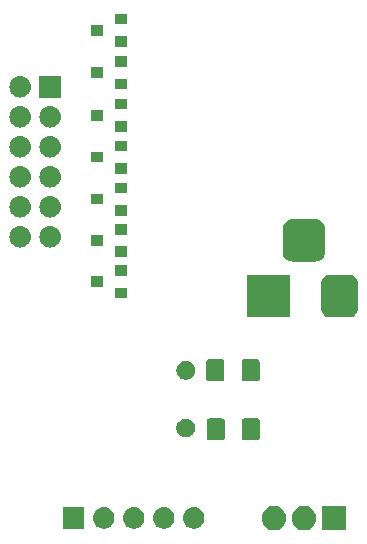
<source format=gbr>
G04 #@! TF.GenerationSoftware,KiCad,Pcbnew,(5.1.4)-1*
G04 #@! TF.CreationDate,2019-11-16T21:39:15+01:00*
G04 #@! TF.ProjectId,LEDClockControl,4c454443-6c6f-4636-9b43-6f6e74726f6c,rev?*
G04 #@! TF.SameCoordinates,Original*
G04 #@! TF.FileFunction,Soldermask,Bot*
G04 #@! TF.FilePolarity,Negative*
%FSLAX46Y46*%
G04 Gerber Fmt 4.6, Leading zero omitted, Abs format (unit mm)*
G04 Created by KiCad (PCBNEW (5.1.4)-1) date 2019-11-16 21:39:15*
%MOMM*%
%LPD*%
G04 APERTURE LIST*
%ADD10C,0.100000*%
G04 APERTURE END LIST*
D10*
G36*
X176156720Y-130463520D02*
G01*
X176345881Y-130520901D01*
X176520212Y-130614083D01*
X176673015Y-130739485D01*
X176798417Y-130892288D01*
X176842182Y-130974167D01*
X176891598Y-131066617D01*
X176891599Y-131066620D01*
X176948980Y-131255781D01*
X176963500Y-131403207D01*
X176963500Y-131596794D01*
X176948980Y-131744220D01*
X176891599Y-131933381D01*
X176798417Y-132107712D01*
X176673015Y-132260515D01*
X176520212Y-132385917D01*
X176438333Y-132429682D01*
X176345883Y-132479098D01*
X176345880Y-132479099D01*
X176156719Y-132536480D01*
X175960000Y-132555855D01*
X175763280Y-132536480D01*
X175574119Y-132479099D01*
X175399788Y-132385917D01*
X175246985Y-132260515D01*
X175121583Y-132107712D01*
X175065609Y-132002991D01*
X175028402Y-131933383D01*
X175002036Y-131846466D01*
X174971020Y-131744219D01*
X174956500Y-131596793D01*
X174956500Y-131403206D01*
X174971020Y-131255780D01*
X175028401Y-131066619D01*
X175121583Y-130892288D01*
X175246985Y-130739485D01*
X175399788Y-130614083D01*
X175574120Y-130520901D01*
X175763281Y-130463520D01*
X175960000Y-130444145D01*
X176156720Y-130463520D01*
X176156720Y-130463520D01*
G37*
G36*
X178696720Y-130463520D02*
G01*
X178885881Y-130520901D01*
X179060212Y-130614083D01*
X179213015Y-130739485D01*
X179338417Y-130892288D01*
X179382182Y-130974167D01*
X179431598Y-131066617D01*
X179431599Y-131066620D01*
X179488980Y-131255781D01*
X179503500Y-131403207D01*
X179503500Y-131596794D01*
X179488980Y-131744220D01*
X179431599Y-131933381D01*
X179338417Y-132107712D01*
X179213015Y-132260515D01*
X179060212Y-132385917D01*
X178978333Y-132429682D01*
X178885883Y-132479098D01*
X178885880Y-132479099D01*
X178696719Y-132536480D01*
X178500000Y-132555855D01*
X178303280Y-132536480D01*
X178114119Y-132479099D01*
X177939788Y-132385917D01*
X177786985Y-132260515D01*
X177661583Y-132107712D01*
X177605609Y-132002991D01*
X177568402Y-131933383D01*
X177542036Y-131846466D01*
X177511020Y-131744219D01*
X177496500Y-131596793D01*
X177496500Y-131403206D01*
X177511020Y-131255780D01*
X177568401Y-131066619D01*
X177661583Y-130892288D01*
X177786985Y-130739485D01*
X177939788Y-130614083D01*
X178114120Y-130520901D01*
X178303281Y-130463520D01*
X178500000Y-130444145D01*
X178696720Y-130463520D01*
X178696720Y-130463520D01*
G37*
G36*
X182043500Y-132551000D02*
G01*
X180036500Y-132551000D01*
X180036500Y-130449000D01*
X182043500Y-130449000D01*
X182043500Y-132551000D01*
X182043500Y-132551000D01*
G37*
G36*
X169270443Y-130605519D02*
G01*
X169336627Y-130612037D01*
X169506466Y-130663557D01*
X169662991Y-130747222D01*
X169698729Y-130776552D01*
X169800186Y-130859814D01*
X169883448Y-130961271D01*
X169912778Y-130997009D01*
X169996443Y-131153534D01*
X170047963Y-131323373D01*
X170065359Y-131500000D01*
X170047963Y-131676627D01*
X169996443Y-131846466D01*
X169912778Y-132002991D01*
X169883448Y-132038729D01*
X169800186Y-132140186D01*
X169698729Y-132223448D01*
X169662991Y-132252778D01*
X169506466Y-132336443D01*
X169336627Y-132387963D01*
X169270442Y-132394482D01*
X169204260Y-132401000D01*
X169115740Y-132401000D01*
X169049558Y-132394482D01*
X168983373Y-132387963D01*
X168813534Y-132336443D01*
X168657009Y-132252778D01*
X168621271Y-132223448D01*
X168519814Y-132140186D01*
X168436552Y-132038729D01*
X168407222Y-132002991D01*
X168323557Y-131846466D01*
X168272037Y-131676627D01*
X168254641Y-131500000D01*
X168272037Y-131323373D01*
X168323557Y-131153534D01*
X168407222Y-130997009D01*
X168436552Y-130961271D01*
X168519814Y-130859814D01*
X168621271Y-130776552D01*
X168657009Y-130747222D01*
X168813534Y-130663557D01*
X168983373Y-130612037D01*
X169049557Y-130605519D01*
X169115740Y-130599000D01*
X169204260Y-130599000D01*
X169270443Y-130605519D01*
X169270443Y-130605519D01*
G37*
G36*
X166730443Y-130605519D02*
G01*
X166796627Y-130612037D01*
X166966466Y-130663557D01*
X167122991Y-130747222D01*
X167158729Y-130776552D01*
X167260186Y-130859814D01*
X167343448Y-130961271D01*
X167372778Y-130997009D01*
X167456443Y-131153534D01*
X167507963Y-131323373D01*
X167525359Y-131500000D01*
X167507963Y-131676627D01*
X167456443Y-131846466D01*
X167372778Y-132002991D01*
X167343448Y-132038729D01*
X167260186Y-132140186D01*
X167158729Y-132223448D01*
X167122991Y-132252778D01*
X166966466Y-132336443D01*
X166796627Y-132387963D01*
X166730442Y-132394482D01*
X166664260Y-132401000D01*
X166575740Y-132401000D01*
X166509558Y-132394482D01*
X166443373Y-132387963D01*
X166273534Y-132336443D01*
X166117009Y-132252778D01*
X166081271Y-132223448D01*
X165979814Y-132140186D01*
X165896552Y-132038729D01*
X165867222Y-132002991D01*
X165783557Y-131846466D01*
X165732037Y-131676627D01*
X165714641Y-131500000D01*
X165732037Y-131323373D01*
X165783557Y-131153534D01*
X165867222Y-130997009D01*
X165896552Y-130961271D01*
X165979814Y-130859814D01*
X166081271Y-130776552D01*
X166117009Y-130747222D01*
X166273534Y-130663557D01*
X166443373Y-130612037D01*
X166509557Y-130605519D01*
X166575740Y-130599000D01*
X166664260Y-130599000D01*
X166730443Y-130605519D01*
X166730443Y-130605519D01*
G37*
G36*
X164190443Y-130605519D02*
G01*
X164256627Y-130612037D01*
X164426466Y-130663557D01*
X164582991Y-130747222D01*
X164618729Y-130776552D01*
X164720186Y-130859814D01*
X164803448Y-130961271D01*
X164832778Y-130997009D01*
X164916443Y-131153534D01*
X164967963Y-131323373D01*
X164985359Y-131500000D01*
X164967963Y-131676627D01*
X164916443Y-131846466D01*
X164832778Y-132002991D01*
X164803448Y-132038729D01*
X164720186Y-132140186D01*
X164618729Y-132223448D01*
X164582991Y-132252778D01*
X164426466Y-132336443D01*
X164256627Y-132387963D01*
X164190442Y-132394482D01*
X164124260Y-132401000D01*
X164035740Y-132401000D01*
X163969558Y-132394482D01*
X163903373Y-132387963D01*
X163733534Y-132336443D01*
X163577009Y-132252778D01*
X163541271Y-132223448D01*
X163439814Y-132140186D01*
X163356552Y-132038729D01*
X163327222Y-132002991D01*
X163243557Y-131846466D01*
X163192037Y-131676627D01*
X163174641Y-131500000D01*
X163192037Y-131323373D01*
X163243557Y-131153534D01*
X163327222Y-130997009D01*
X163356552Y-130961271D01*
X163439814Y-130859814D01*
X163541271Y-130776552D01*
X163577009Y-130747222D01*
X163733534Y-130663557D01*
X163903373Y-130612037D01*
X163969557Y-130605519D01*
X164035740Y-130599000D01*
X164124260Y-130599000D01*
X164190443Y-130605519D01*
X164190443Y-130605519D01*
G37*
G36*
X161650443Y-130605519D02*
G01*
X161716627Y-130612037D01*
X161886466Y-130663557D01*
X162042991Y-130747222D01*
X162078729Y-130776552D01*
X162180186Y-130859814D01*
X162263448Y-130961271D01*
X162292778Y-130997009D01*
X162376443Y-131153534D01*
X162427963Y-131323373D01*
X162445359Y-131500000D01*
X162427963Y-131676627D01*
X162376443Y-131846466D01*
X162292778Y-132002991D01*
X162263448Y-132038729D01*
X162180186Y-132140186D01*
X162078729Y-132223448D01*
X162042991Y-132252778D01*
X161886466Y-132336443D01*
X161716627Y-132387963D01*
X161650442Y-132394482D01*
X161584260Y-132401000D01*
X161495740Y-132401000D01*
X161429558Y-132394482D01*
X161363373Y-132387963D01*
X161193534Y-132336443D01*
X161037009Y-132252778D01*
X161001271Y-132223448D01*
X160899814Y-132140186D01*
X160816552Y-132038729D01*
X160787222Y-132002991D01*
X160703557Y-131846466D01*
X160652037Y-131676627D01*
X160634641Y-131500000D01*
X160652037Y-131323373D01*
X160703557Y-131153534D01*
X160787222Y-130997009D01*
X160816552Y-130961271D01*
X160899814Y-130859814D01*
X161001271Y-130776552D01*
X161037009Y-130747222D01*
X161193534Y-130663557D01*
X161363373Y-130612037D01*
X161429557Y-130605519D01*
X161495740Y-130599000D01*
X161584260Y-130599000D01*
X161650443Y-130605519D01*
X161650443Y-130605519D01*
G37*
G36*
X159901000Y-132401000D02*
G01*
X158099000Y-132401000D01*
X158099000Y-130599000D01*
X159901000Y-130599000D01*
X159901000Y-132401000D01*
X159901000Y-132401000D01*
G37*
G36*
X174613062Y-123078181D02*
G01*
X174647981Y-123088774D01*
X174680163Y-123105976D01*
X174708373Y-123129127D01*
X174731524Y-123157337D01*
X174748726Y-123189519D01*
X174759319Y-123224438D01*
X174763500Y-123266895D01*
X174763500Y-124733105D01*
X174759319Y-124775562D01*
X174748726Y-124810481D01*
X174731524Y-124842663D01*
X174708373Y-124870873D01*
X174680163Y-124894024D01*
X174647981Y-124911226D01*
X174613062Y-124921819D01*
X174570605Y-124926000D01*
X173429395Y-124926000D01*
X173386938Y-124921819D01*
X173352019Y-124911226D01*
X173319837Y-124894024D01*
X173291627Y-124870873D01*
X173268476Y-124842663D01*
X173251274Y-124810481D01*
X173240681Y-124775562D01*
X173236500Y-124733105D01*
X173236500Y-123266895D01*
X173240681Y-123224438D01*
X173251274Y-123189519D01*
X173268476Y-123157337D01*
X173291627Y-123129127D01*
X173319837Y-123105976D01*
X173352019Y-123088774D01*
X173386938Y-123078181D01*
X173429395Y-123074000D01*
X174570605Y-123074000D01*
X174613062Y-123078181D01*
X174613062Y-123078181D01*
G37*
G36*
X171638062Y-123078181D02*
G01*
X171672981Y-123088774D01*
X171705163Y-123105976D01*
X171733373Y-123129127D01*
X171756524Y-123157337D01*
X171773726Y-123189519D01*
X171784319Y-123224438D01*
X171788500Y-123266895D01*
X171788500Y-124733105D01*
X171784319Y-124775562D01*
X171773726Y-124810481D01*
X171756524Y-124842663D01*
X171733373Y-124870873D01*
X171705163Y-124894024D01*
X171672981Y-124911226D01*
X171638062Y-124921819D01*
X171595605Y-124926000D01*
X170454395Y-124926000D01*
X170411938Y-124921819D01*
X170377019Y-124911226D01*
X170344837Y-124894024D01*
X170316627Y-124870873D01*
X170293476Y-124842663D01*
X170276274Y-124810481D01*
X170265681Y-124775562D01*
X170261500Y-124733105D01*
X170261500Y-123266895D01*
X170265681Y-123224438D01*
X170276274Y-123189519D01*
X170293476Y-123157337D01*
X170316627Y-123129127D01*
X170344837Y-123105976D01*
X170377019Y-123088774D01*
X170411938Y-123078181D01*
X170454395Y-123074000D01*
X171595605Y-123074000D01*
X171638062Y-123078181D01*
X171638062Y-123078181D01*
G37*
G36*
X168733642Y-123109781D02*
G01*
X168879414Y-123170162D01*
X168879416Y-123170163D01*
X169010608Y-123257822D01*
X169122178Y-123369392D01*
X169209837Y-123500584D01*
X169209838Y-123500586D01*
X169270219Y-123646358D01*
X169301000Y-123801107D01*
X169301000Y-123958893D01*
X169270219Y-124113642D01*
X169209838Y-124259414D01*
X169209837Y-124259416D01*
X169122178Y-124390608D01*
X169010608Y-124502178D01*
X168879416Y-124589837D01*
X168879415Y-124589838D01*
X168879414Y-124589838D01*
X168733642Y-124650219D01*
X168578893Y-124681000D01*
X168421107Y-124681000D01*
X168266358Y-124650219D01*
X168120586Y-124589838D01*
X168120585Y-124589838D01*
X168120584Y-124589837D01*
X167989392Y-124502178D01*
X167877822Y-124390608D01*
X167790163Y-124259416D01*
X167790162Y-124259414D01*
X167729781Y-124113642D01*
X167699000Y-123958893D01*
X167699000Y-123801107D01*
X167729781Y-123646358D01*
X167790162Y-123500586D01*
X167790163Y-123500584D01*
X167877822Y-123369392D01*
X167989392Y-123257822D01*
X168120584Y-123170163D01*
X168120586Y-123170162D01*
X168266358Y-123109781D01*
X168421107Y-123079000D01*
X168578893Y-123079000D01*
X168733642Y-123109781D01*
X168733642Y-123109781D01*
G37*
G36*
X171613062Y-118078181D02*
G01*
X171647981Y-118088774D01*
X171680163Y-118105976D01*
X171708373Y-118129127D01*
X171731524Y-118157337D01*
X171748726Y-118189519D01*
X171759319Y-118224438D01*
X171763500Y-118266895D01*
X171763500Y-119733105D01*
X171759319Y-119775562D01*
X171748726Y-119810481D01*
X171731524Y-119842663D01*
X171708373Y-119870873D01*
X171680163Y-119894024D01*
X171647981Y-119911226D01*
X171613062Y-119921819D01*
X171570605Y-119926000D01*
X170429395Y-119926000D01*
X170386938Y-119921819D01*
X170352019Y-119911226D01*
X170319837Y-119894024D01*
X170291627Y-119870873D01*
X170268476Y-119842663D01*
X170251274Y-119810481D01*
X170240681Y-119775562D01*
X170236500Y-119733105D01*
X170236500Y-118266895D01*
X170240681Y-118224438D01*
X170251274Y-118189519D01*
X170268476Y-118157337D01*
X170291627Y-118129127D01*
X170319837Y-118105976D01*
X170352019Y-118088774D01*
X170386938Y-118078181D01*
X170429395Y-118074000D01*
X171570605Y-118074000D01*
X171613062Y-118078181D01*
X171613062Y-118078181D01*
G37*
G36*
X174588062Y-118078181D02*
G01*
X174622981Y-118088774D01*
X174655163Y-118105976D01*
X174683373Y-118129127D01*
X174706524Y-118157337D01*
X174723726Y-118189519D01*
X174734319Y-118224438D01*
X174738500Y-118266895D01*
X174738500Y-119733105D01*
X174734319Y-119775562D01*
X174723726Y-119810481D01*
X174706524Y-119842663D01*
X174683373Y-119870873D01*
X174655163Y-119894024D01*
X174622981Y-119911226D01*
X174588062Y-119921819D01*
X174545605Y-119926000D01*
X173404395Y-119926000D01*
X173361938Y-119921819D01*
X173327019Y-119911226D01*
X173294837Y-119894024D01*
X173266627Y-119870873D01*
X173243476Y-119842663D01*
X173226274Y-119810481D01*
X173215681Y-119775562D01*
X173211500Y-119733105D01*
X173211500Y-118266895D01*
X173215681Y-118224438D01*
X173226274Y-118189519D01*
X173243476Y-118157337D01*
X173266627Y-118129127D01*
X173294837Y-118105976D01*
X173327019Y-118088774D01*
X173361938Y-118078181D01*
X173404395Y-118074000D01*
X174545605Y-118074000D01*
X174588062Y-118078181D01*
X174588062Y-118078181D01*
G37*
G36*
X168733642Y-118229781D02*
G01*
X168878132Y-118289631D01*
X168879416Y-118290163D01*
X169010608Y-118377822D01*
X169122178Y-118489392D01*
X169209837Y-118620584D01*
X169209838Y-118620586D01*
X169270219Y-118766358D01*
X169301000Y-118921107D01*
X169301000Y-119078893D01*
X169270219Y-119233642D01*
X169209838Y-119379414D01*
X169209837Y-119379416D01*
X169122178Y-119510608D01*
X169010608Y-119622178D01*
X168879416Y-119709837D01*
X168879415Y-119709838D01*
X168879414Y-119709838D01*
X168733642Y-119770219D01*
X168578893Y-119801000D01*
X168421107Y-119801000D01*
X168266358Y-119770219D01*
X168120586Y-119709838D01*
X168120585Y-119709838D01*
X168120584Y-119709837D01*
X167989392Y-119622178D01*
X167877822Y-119510608D01*
X167790163Y-119379416D01*
X167790162Y-119379414D01*
X167729781Y-119233642D01*
X167699000Y-119078893D01*
X167699000Y-118921107D01*
X167729781Y-118766358D01*
X167790162Y-118620586D01*
X167790163Y-118620584D01*
X167877822Y-118489392D01*
X167989392Y-118377822D01*
X168120584Y-118290163D01*
X168121868Y-118289631D01*
X168266358Y-118229781D01*
X168421107Y-118199000D01*
X168578893Y-118199000D01*
X168733642Y-118229781D01*
X168733642Y-118229781D01*
G37*
G36*
X182476979Y-110913293D02*
G01*
X182610625Y-110953834D01*
X182733784Y-111019664D01*
X182841740Y-111108260D01*
X182930336Y-111216216D01*
X182996166Y-111339375D01*
X183036707Y-111473021D01*
X183051000Y-111618140D01*
X183051000Y-113781860D01*
X183036707Y-113926979D01*
X182996166Y-114060625D01*
X182930336Y-114183784D01*
X182841740Y-114291740D01*
X182733784Y-114380336D01*
X182610625Y-114446166D01*
X182476979Y-114486707D01*
X182331860Y-114501000D01*
X180668140Y-114501000D01*
X180523021Y-114486707D01*
X180389375Y-114446166D01*
X180266216Y-114380336D01*
X180158260Y-114291740D01*
X180069664Y-114183784D01*
X180003834Y-114060625D01*
X179963293Y-113926979D01*
X179949000Y-113781860D01*
X179949000Y-111618140D01*
X179963293Y-111473021D01*
X180003834Y-111339375D01*
X180069664Y-111216216D01*
X180158260Y-111108260D01*
X180266216Y-111019664D01*
X180389375Y-110953834D01*
X180523021Y-110913293D01*
X180668140Y-110899000D01*
X182331860Y-110899000D01*
X182476979Y-110913293D01*
X182476979Y-110913293D01*
G37*
G36*
X177301000Y-114501000D02*
G01*
X173699000Y-114501000D01*
X173699000Y-110899000D01*
X177301000Y-110899000D01*
X177301000Y-114501000D01*
X177301000Y-114501000D01*
G37*
G36*
X163501000Y-112901000D02*
G01*
X162499000Y-112901000D01*
X162499000Y-111999000D01*
X163501000Y-111999000D01*
X163501000Y-112901000D01*
X163501000Y-112901000D01*
G37*
G36*
X161501000Y-111951000D02*
G01*
X160499000Y-111951000D01*
X160499000Y-111049000D01*
X161501000Y-111049000D01*
X161501000Y-111951000D01*
X161501000Y-111951000D01*
G37*
G36*
X163501000Y-111001000D02*
G01*
X162499000Y-111001000D01*
X162499000Y-110099000D01*
X163501000Y-110099000D01*
X163501000Y-111001000D01*
X163501000Y-111001000D01*
G37*
G36*
X179626366Y-106215695D02*
G01*
X179783460Y-106263349D01*
X179928231Y-106340731D01*
X180055128Y-106444872D01*
X180159269Y-106571769D01*
X180236651Y-106716540D01*
X180284305Y-106873634D01*
X180301000Y-107043140D01*
X180301000Y-108956860D01*
X180284305Y-109126366D01*
X180236651Y-109283460D01*
X180159269Y-109428231D01*
X180055128Y-109555128D01*
X179928231Y-109659269D01*
X179783460Y-109736651D01*
X179626366Y-109784305D01*
X179456860Y-109801000D01*
X177543140Y-109801000D01*
X177373634Y-109784305D01*
X177216540Y-109736651D01*
X177071769Y-109659269D01*
X176944872Y-109555128D01*
X176840731Y-109428231D01*
X176763349Y-109283460D01*
X176715695Y-109126366D01*
X176699000Y-108956860D01*
X176699000Y-107043140D01*
X176715695Y-106873634D01*
X176763349Y-106716540D01*
X176840731Y-106571769D01*
X176944872Y-106444872D01*
X177071769Y-106340731D01*
X177216540Y-106263349D01*
X177373634Y-106215695D01*
X177543140Y-106199000D01*
X179456860Y-106199000D01*
X179626366Y-106215695D01*
X179626366Y-106215695D01*
G37*
G36*
X163501000Y-109401000D02*
G01*
X162499000Y-109401000D01*
X162499000Y-108499000D01*
X163501000Y-108499000D01*
X163501000Y-109401000D01*
X163501000Y-109401000D01*
G37*
G36*
X157110443Y-106805519D02*
G01*
X157176627Y-106812037D01*
X157346466Y-106863557D01*
X157502991Y-106947222D01*
X157538729Y-106976552D01*
X157640186Y-107059814D01*
X157723448Y-107161271D01*
X157752778Y-107197009D01*
X157836443Y-107353534D01*
X157887963Y-107523373D01*
X157905359Y-107700000D01*
X157887963Y-107876627D01*
X157836443Y-108046466D01*
X157752778Y-108202991D01*
X157723448Y-108238729D01*
X157640186Y-108340186D01*
X157538729Y-108423448D01*
X157502991Y-108452778D01*
X157346466Y-108536443D01*
X157176627Y-108587963D01*
X157110443Y-108594481D01*
X157044260Y-108601000D01*
X156955740Y-108601000D01*
X156889557Y-108594481D01*
X156823373Y-108587963D01*
X156653534Y-108536443D01*
X156497009Y-108452778D01*
X156461271Y-108423448D01*
X156359814Y-108340186D01*
X156276552Y-108238729D01*
X156247222Y-108202991D01*
X156163557Y-108046466D01*
X156112037Y-107876627D01*
X156094641Y-107700000D01*
X156112037Y-107523373D01*
X156163557Y-107353534D01*
X156247222Y-107197009D01*
X156276552Y-107161271D01*
X156359814Y-107059814D01*
X156461271Y-106976552D01*
X156497009Y-106947222D01*
X156653534Y-106863557D01*
X156823373Y-106812037D01*
X156889557Y-106805519D01*
X156955740Y-106799000D01*
X157044260Y-106799000D01*
X157110443Y-106805519D01*
X157110443Y-106805519D01*
G37*
G36*
X154570443Y-106805519D02*
G01*
X154636627Y-106812037D01*
X154806466Y-106863557D01*
X154962991Y-106947222D01*
X154998729Y-106976552D01*
X155100186Y-107059814D01*
X155183448Y-107161271D01*
X155212778Y-107197009D01*
X155296443Y-107353534D01*
X155347963Y-107523373D01*
X155365359Y-107700000D01*
X155347963Y-107876627D01*
X155296443Y-108046466D01*
X155212778Y-108202991D01*
X155183448Y-108238729D01*
X155100186Y-108340186D01*
X154998729Y-108423448D01*
X154962991Y-108452778D01*
X154806466Y-108536443D01*
X154636627Y-108587963D01*
X154570443Y-108594481D01*
X154504260Y-108601000D01*
X154415740Y-108601000D01*
X154349557Y-108594481D01*
X154283373Y-108587963D01*
X154113534Y-108536443D01*
X153957009Y-108452778D01*
X153921271Y-108423448D01*
X153819814Y-108340186D01*
X153736552Y-108238729D01*
X153707222Y-108202991D01*
X153623557Y-108046466D01*
X153572037Y-107876627D01*
X153554641Y-107700000D01*
X153572037Y-107523373D01*
X153623557Y-107353534D01*
X153707222Y-107197009D01*
X153736552Y-107161271D01*
X153819814Y-107059814D01*
X153921271Y-106976552D01*
X153957009Y-106947222D01*
X154113534Y-106863557D01*
X154283373Y-106812037D01*
X154349557Y-106805519D01*
X154415740Y-106799000D01*
X154504260Y-106799000D01*
X154570443Y-106805519D01*
X154570443Y-106805519D01*
G37*
G36*
X161501000Y-108451000D02*
G01*
X160499000Y-108451000D01*
X160499000Y-107549000D01*
X161501000Y-107549000D01*
X161501000Y-108451000D01*
X161501000Y-108451000D01*
G37*
G36*
X163501000Y-107501000D02*
G01*
X162499000Y-107501000D01*
X162499000Y-106599000D01*
X163501000Y-106599000D01*
X163501000Y-107501000D01*
X163501000Y-107501000D01*
G37*
G36*
X157110442Y-104265518D02*
G01*
X157176627Y-104272037D01*
X157346466Y-104323557D01*
X157502991Y-104407222D01*
X157538729Y-104436552D01*
X157640186Y-104519814D01*
X157723448Y-104621271D01*
X157752778Y-104657009D01*
X157836443Y-104813534D01*
X157887963Y-104983373D01*
X157905359Y-105160000D01*
X157887963Y-105336627D01*
X157836443Y-105506466D01*
X157752778Y-105662991D01*
X157723448Y-105698729D01*
X157640186Y-105800186D01*
X157538729Y-105883448D01*
X157502991Y-105912778D01*
X157346466Y-105996443D01*
X157176627Y-106047963D01*
X157110442Y-106054482D01*
X157044260Y-106061000D01*
X156955740Y-106061000D01*
X156889558Y-106054482D01*
X156823373Y-106047963D01*
X156653534Y-105996443D01*
X156497009Y-105912778D01*
X156461271Y-105883448D01*
X156359814Y-105800186D01*
X156276552Y-105698729D01*
X156247222Y-105662991D01*
X156163557Y-105506466D01*
X156112037Y-105336627D01*
X156094641Y-105160000D01*
X156112037Y-104983373D01*
X156163557Y-104813534D01*
X156247222Y-104657009D01*
X156276552Y-104621271D01*
X156359814Y-104519814D01*
X156461271Y-104436552D01*
X156497009Y-104407222D01*
X156653534Y-104323557D01*
X156823373Y-104272037D01*
X156889558Y-104265518D01*
X156955740Y-104259000D01*
X157044260Y-104259000D01*
X157110442Y-104265518D01*
X157110442Y-104265518D01*
G37*
G36*
X154570442Y-104265518D02*
G01*
X154636627Y-104272037D01*
X154806466Y-104323557D01*
X154962991Y-104407222D01*
X154998729Y-104436552D01*
X155100186Y-104519814D01*
X155183448Y-104621271D01*
X155212778Y-104657009D01*
X155296443Y-104813534D01*
X155347963Y-104983373D01*
X155365359Y-105160000D01*
X155347963Y-105336627D01*
X155296443Y-105506466D01*
X155212778Y-105662991D01*
X155183448Y-105698729D01*
X155100186Y-105800186D01*
X154998729Y-105883448D01*
X154962991Y-105912778D01*
X154806466Y-105996443D01*
X154636627Y-106047963D01*
X154570442Y-106054482D01*
X154504260Y-106061000D01*
X154415740Y-106061000D01*
X154349558Y-106054482D01*
X154283373Y-106047963D01*
X154113534Y-105996443D01*
X153957009Y-105912778D01*
X153921271Y-105883448D01*
X153819814Y-105800186D01*
X153736552Y-105698729D01*
X153707222Y-105662991D01*
X153623557Y-105506466D01*
X153572037Y-105336627D01*
X153554641Y-105160000D01*
X153572037Y-104983373D01*
X153623557Y-104813534D01*
X153707222Y-104657009D01*
X153736552Y-104621271D01*
X153819814Y-104519814D01*
X153921271Y-104436552D01*
X153957009Y-104407222D01*
X154113534Y-104323557D01*
X154283373Y-104272037D01*
X154349558Y-104265518D01*
X154415740Y-104259000D01*
X154504260Y-104259000D01*
X154570442Y-104265518D01*
X154570442Y-104265518D01*
G37*
G36*
X163501000Y-105901000D02*
G01*
X162499000Y-105901000D01*
X162499000Y-104999000D01*
X163501000Y-104999000D01*
X163501000Y-105901000D01*
X163501000Y-105901000D01*
G37*
G36*
X161501000Y-104951000D02*
G01*
X160499000Y-104951000D01*
X160499000Y-104049000D01*
X161501000Y-104049000D01*
X161501000Y-104951000D01*
X161501000Y-104951000D01*
G37*
G36*
X163501000Y-104001000D02*
G01*
X162499000Y-104001000D01*
X162499000Y-103099000D01*
X163501000Y-103099000D01*
X163501000Y-104001000D01*
X163501000Y-104001000D01*
G37*
G36*
X157110443Y-101725519D02*
G01*
X157176627Y-101732037D01*
X157346466Y-101783557D01*
X157502991Y-101867222D01*
X157538729Y-101896552D01*
X157640186Y-101979814D01*
X157723448Y-102081271D01*
X157752778Y-102117009D01*
X157836443Y-102273534D01*
X157887963Y-102443373D01*
X157905359Y-102620000D01*
X157887963Y-102796627D01*
X157836443Y-102966466D01*
X157752778Y-103122991D01*
X157723448Y-103158729D01*
X157640186Y-103260186D01*
X157538729Y-103343448D01*
X157502991Y-103372778D01*
X157346466Y-103456443D01*
X157176627Y-103507963D01*
X157110443Y-103514481D01*
X157044260Y-103521000D01*
X156955740Y-103521000D01*
X156889558Y-103514482D01*
X156823373Y-103507963D01*
X156653534Y-103456443D01*
X156497009Y-103372778D01*
X156461271Y-103343448D01*
X156359814Y-103260186D01*
X156276552Y-103158729D01*
X156247222Y-103122991D01*
X156163557Y-102966466D01*
X156112037Y-102796627D01*
X156094641Y-102620000D01*
X156112037Y-102443373D01*
X156163557Y-102273534D01*
X156247222Y-102117009D01*
X156276552Y-102081271D01*
X156359814Y-101979814D01*
X156461271Y-101896552D01*
X156497009Y-101867222D01*
X156653534Y-101783557D01*
X156823373Y-101732037D01*
X156889557Y-101725519D01*
X156955740Y-101719000D01*
X157044260Y-101719000D01*
X157110443Y-101725519D01*
X157110443Y-101725519D01*
G37*
G36*
X154570443Y-101725519D02*
G01*
X154636627Y-101732037D01*
X154806466Y-101783557D01*
X154962991Y-101867222D01*
X154998729Y-101896552D01*
X155100186Y-101979814D01*
X155183448Y-102081271D01*
X155212778Y-102117009D01*
X155296443Y-102273534D01*
X155347963Y-102443373D01*
X155365359Y-102620000D01*
X155347963Y-102796627D01*
X155296443Y-102966466D01*
X155212778Y-103122991D01*
X155183448Y-103158729D01*
X155100186Y-103260186D01*
X154998729Y-103343448D01*
X154962991Y-103372778D01*
X154806466Y-103456443D01*
X154636627Y-103507963D01*
X154570443Y-103514481D01*
X154504260Y-103521000D01*
X154415740Y-103521000D01*
X154349558Y-103514482D01*
X154283373Y-103507963D01*
X154113534Y-103456443D01*
X153957009Y-103372778D01*
X153921271Y-103343448D01*
X153819814Y-103260186D01*
X153736552Y-103158729D01*
X153707222Y-103122991D01*
X153623557Y-102966466D01*
X153572037Y-102796627D01*
X153554641Y-102620000D01*
X153572037Y-102443373D01*
X153623557Y-102273534D01*
X153707222Y-102117009D01*
X153736552Y-102081271D01*
X153819814Y-101979814D01*
X153921271Y-101896552D01*
X153957009Y-101867222D01*
X154113534Y-101783557D01*
X154283373Y-101732037D01*
X154349557Y-101725519D01*
X154415740Y-101719000D01*
X154504260Y-101719000D01*
X154570443Y-101725519D01*
X154570443Y-101725519D01*
G37*
G36*
X163501000Y-102351000D02*
G01*
X162499000Y-102351000D01*
X162499000Y-101449000D01*
X163501000Y-101449000D01*
X163501000Y-102351000D01*
X163501000Y-102351000D01*
G37*
G36*
X161501000Y-101401000D02*
G01*
X160499000Y-101401000D01*
X160499000Y-100499000D01*
X161501000Y-100499000D01*
X161501000Y-101401000D01*
X161501000Y-101401000D01*
G37*
G36*
X154570442Y-99185518D02*
G01*
X154636627Y-99192037D01*
X154806466Y-99243557D01*
X154962991Y-99327222D01*
X154998729Y-99356552D01*
X155100186Y-99439814D01*
X155183448Y-99541271D01*
X155212778Y-99577009D01*
X155296443Y-99733534D01*
X155347963Y-99903373D01*
X155365359Y-100080000D01*
X155347963Y-100256627D01*
X155296443Y-100426466D01*
X155212778Y-100582991D01*
X155183448Y-100618729D01*
X155100186Y-100720186D01*
X154998729Y-100803448D01*
X154962991Y-100832778D01*
X154806466Y-100916443D01*
X154636627Y-100967963D01*
X154570442Y-100974482D01*
X154504260Y-100981000D01*
X154415740Y-100981000D01*
X154349558Y-100974482D01*
X154283373Y-100967963D01*
X154113534Y-100916443D01*
X153957009Y-100832778D01*
X153921271Y-100803448D01*
X153819814Y-100720186D01*
X153736552Y-100618729D01*
X153707222Y-100582991D01*
X153623557Y-100426466D01*
X153572037Y-100256627D01*
X153554641Y-100080000D01*
X153572037Y-99903373D01*
X153623557Y-99733534D01*
X153707222Y-99577009D01*
X153736552Y-99541271D01*
X153819814Y-99439814D01*
X153921271Y-99356552D01*
X153957009Y-99327222D01*
X154113534Y-99243557D01*
X154283373Y-99192037D01*
X154349558Y-99185518D01*
X154415740Y-99179000D01*
X154504260Y-99179000D01*
X154570442Y-99185518D01*
X154570442Y-99185518D01*
G37*
G36*
X157110442Y-99185518D02*
G01*
X157176627Y-99192037D01*
X157346466Y-99243557D01*
X157502991Y-99327222D01*
X157538729Y-99356552D01*
X157640186Y-99439814D01*
X157723448Y-99541271D01*
X157752778Y-99577009D01*
X157836443Y-99733534D01*
X157887963Y-99903373D01*
X157905359Y-100080000D01*
X157887963Y-100256627D01*
X157836443Y-100426466D01*
X157752778Y-100582991D01*
X157723448Y-100618729D01*
X157640186Y-100720186D01*
X157538729Y-100803448D01*
X157502991Y-100832778D01*
X157346466Y-100916443D01*
X157176627Y-100967963D01*
X157110442Y-100974482D01*
X157044260Y-100981000D01*
X156955740Y-100981000D01*
X156889558Y-100974482D01*
X156823373Y-100967963D01*
X156653534Y-100916443D01*
X156497009Y-100832778D01*
X156461271Y-100803448D01*
X156359814Y-100720186D01*
X156276552Y-100618729D01*
X156247222Y-100582991D01*
X156163557Y-100426466D01*
X156112037Y-100256627D01*
X156094641Y-100080000D01*
X156112037Y-99903373D01*
X156163557Y-99733534D01*
X156247222Y-99577009D01*
X156276552Y-99541271D01*
X156359814Y-99439814D01*
X156461271Y-99356552D01*
X156497009Y-99327222D01*
X156653534Y-99243557D01*
X156823373Y-99192037D01*
X156889558Y-99185518D01*
X156955740Y-99179000D01*
X157044260Y-99179000D01*
X157110442Y-99185518D01*
X157110442Y-99185518D01*
G37*
G36*
X163501000Y-100451000D02*
G01*
X162499000Y-100451000D01*
X162499000Y-99549000D01*
X163501000Y-99549000D01*
X163501000Y-100451000D01*
X163501000Y-100451000D01*
G37*
G36*
X163501000Y-98801000D02*
G01*
X162499000Y-98801000D01*
X162499000Y-97899000D01*
X163501000Y-97899000D01*
X163501000Y-98801000D01*
X163501000Y-98801000D01*
G37*
G36*
X154570442Y-96645518D02*
G01*
X154636627Y-96652037D01*
X154806466Y-96703557D01*
X154962991Y-96787222D01*
X154998729Y-96816552D01*
X155100186Y-96899814D01*
X155183448Y-97001271D01*
X155212778Y-97037009D01*
X155296443Y-97193534D01*
X155347963Y-97363373D01*
X155365359Y-97540000D01*
X155347963Y-97716627D01*
X155296443Y-97886466D01*
X155212778Y-98042991D01*
X155183448Y-98078729D01*
X155100186Y-98180186D01*
X154998729Y-98263448D01*
X154962991Y-98292778D01*
X154806466Y-98376443D01*
X154636627Y-98427963D01*
X154570442Y-98434482D01*
X154504260Y-98441000D01*
X154415740Y-98441000D01*
X154349557Y-98434481D01*
X154283373Y-98427963D01*
X154113534Y-98376443D01*
X153957009Y-98292778D01*
X153921271Y-98263448D01*
X153819814Y-98180186D01*
X153736552Y-98078729D01*
X153707222Y-98042991D01*
X153623557Y-97886466D01*
X153572037Y-97716627D01*
X153554641Y-97540000D01*
X153572037Y-97363373D01*
X153623557Y-97193534D01*
X153707222Y-97037009D01*
X153736552Y-97001271D01*
X153819814Y-96899814D01*
X153921271Y-96816552D01*
X153957009Y-96787222D01*
X154113534Y-96703557D01*
X154283373Y-96652037D01*
X154349558Y-96645518D01*
X154415740Y-96639000D01*
X154504260Y-96639000D01*
X154570442Y-96645518D01*
X154570442Y-96645518D01*
G37*
G36*
X157110442Y-96645518D02*
G01*
X157176627Y-96652037D01*
X157346466Y-96703557D01*
X157502991Y-96787222D01*
X157538729Y-96816552D01*
X157640186Y-96899814D01*
X157723448Y-97001271D01*
X157752778Y-97037009D01*
X157836443Y-97193534D01*
X157887963Y-97363373D01*
X157905359Y-97540000D01*
X157887963Y-97716627D01*
X157836443Y-97886466D01*
X157752778Y-98042991D01*
X157723448Y-98078729D01*
X157640186Y-98180186D01*
X157538729Y-98263448D01*
X157502991Y-98292778D01*
X157346466Y-98376443D01*
X157176627Y-98427963D01*
X157110442Y-98434482D01*
X157044260Y-98441000D01*
X156955740Y-98441000D01*
X156889557Y-98434481D01*
X156823373Y-98427963D01*
X156653534Y-98376443D01*
X156497009Y-98292778D01*
X156461271Y-98263448D01*
X156359814Y-98180186D01*
X156276552Y-98078729D01*
X156247222Y-98042991D01*
X156163557Y-97886466D01*
X156112037Y-97716627D01*
X156094641Y-97540000D01*
X156112037Y-97363373D01*
X156163557Y-97193534D01*
X156247222Y-97037009D01*
X156276552Y-97001271D01*
X156359814Y-96899814D01*
X156461271Y-96816552D01*
X156497009Y-96787222D01*
X156653534Y-96703557D01*
X156823373Y-96652037D01*
X156889558Y-96645518D01*
X156955740Y-96639000D01*
X157044260Y-96639000D01*
X157110442Y-96645518D01*
X157110442Y-96645518D01*
G37*
G36*
X161501000Y-97851000D02*
G01*
X160499000Y-97851000D01*
X160499000Y-96949000D01*
X161501000Y-96949000D01*
X161501000Y-97851000D01*
X161501000Y-97851000D01*
G37*
G36*
X163501000Y-96901000D02*
G01*
X162499000Y-96901000D01*
X162499000Y-95999000D01*
X163501000Y-95999000D01*
X163501000Y-96901000D01*
X163501000Y-96901000D01*
G37*
G36*
X154570443Y-94105519D02*
G01*
X154636627Y-94112037D01*
X154806466Y-94163557D01*
X154962991Y-94247222D01*
X154967594Y-94251000D01*
X155100186Y-94359814D01*
X155183448Y-94461271D01*
X155212778Y-94497009D01*
X155296443Y-94653534D01*
X155347963Y-94823373D01*
X155365359Y-95000000D01*
X155347963Y-95176627D01*
X155296443Y-95346466D01*
X155212778Y-95502991D01*
X155183448Y-95538729D01*
X155100186Y-95640186D01*
X154998729Y-95723448D01*
X154962991Y-95752778D01*
X154806466Y-95836443D01*
X154636627Y-95887963D01*
X154570443Y-95894481D01*
X154504260Y-95901000D01*
X154415740Y-95901000D01*
X154349557Y-95894481D01*
X154283373Y-95887963D01*
X154113534Y-95836443D01*
X153957009Y-95752778D01*
X153921271Y-95723448D01*
X153819814Y-95640186D01*
X153736552Y-95538729D01*
X153707222Y-95502991D01*
X153623557Y-95346466D01*
X153572037Y-95176627D01*
X153554641Y-95000000D01*
X153572037Y-94823373D01*
X153623557Y-94653534D01*
X153707222Y-94497009D01*
X153736552Y-94461271D01*
X153819814Y-94359814D01*
X153952406Y-94251000D01*
X153957009Y-94247222D01*
X154113534Y-94163557D01*
X154283373Y-94112037D01*
X154349557Y-94105519D01*
X154415740Y-94099000D01*
X154504260Y-94099000D01*
X154570443Y-94105519D01*
X154570443Y-94105519D01*
G37*
G36*
X157901000Y-95901000D02*
G01*
X156099000Y-95901000D01*
X156099000Y-94099000D01*
X157901000Y-94099000D01*
X157901000Y-95901000D01*
X157901000Y-95901000D01*
G37*
G36*
X163501000Y-95201000D02*
G01*
X162499000Y-95201000D01*
X162499000Y-94299000D01*
X163501000Y-94299000D01*
X163501000Y-95201000D01*
X163501000Y-95201000D01*
G37*
G36*
X161501000Y-94251000D02*
G01*
X160499000Y-94251000D01*
X160499000Y-93349000D01*
X161501000Y-93349000D01*
X161501000Y-94251000D01*
X161501000Y-94251000D01*
G37*
G36*
X163501000Y-93301000D02*
G01*
X162499000Y-93301000D01*
X162499000Y-92399000D01*
X163501000Y-92399000D01*
X163501000Y-93301000D01*
X163501000Y-93301000D01*
G37*
G36*
X163501000Y-91601000D02*
G01*
X162499000Y-91601000D01*
X162499000Y-90699000D01*
X163501000Y-90699000D01*
X163501000Y-91601000D01*
X163501000Y-91601000D01*
G37*
G36*
X161501000Y-90651000D02*
G01*
X160499000Y-90651000D01*
X160499000Y-89749000D01*
X161501000Y-89749000D01*
X161501000Y-90651000D01*
X161501000Y-90651000D01*
G37*
G36*
X163501000Y-89701000D02*
G01*
X162499000Y-89701000D01*
X162499000Y-88799000D01*
X163501000Y-88799000D01*
X163501000Y-89701000D01*
X163501000Y-89701000D01*
G37*
M02*

</source>
